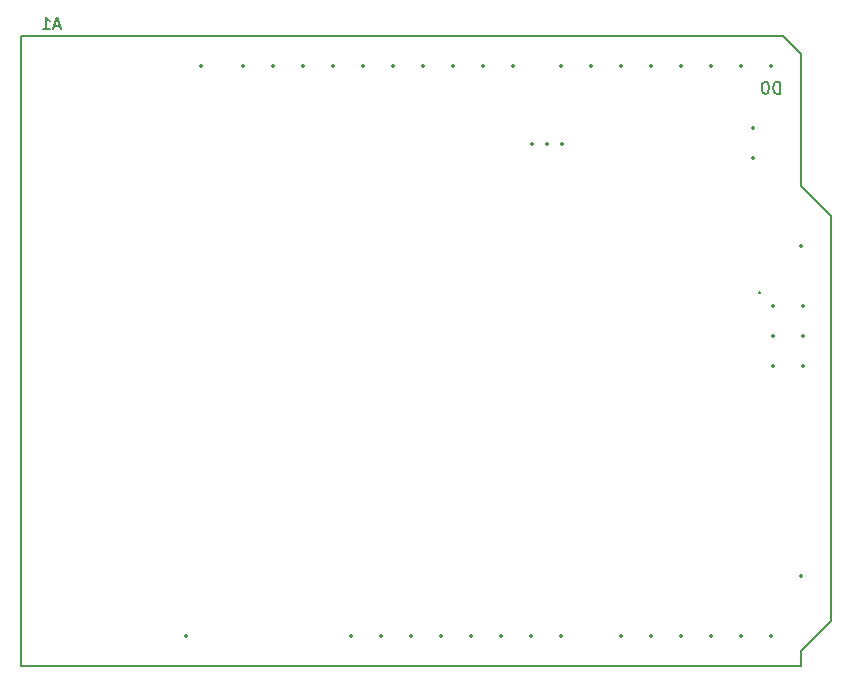
<source format=gbo>
%TF.GenerationSoftware,KiCad,Pcbnew,8.0.3*%
%TF.CreationDate,2025-01-08T21:35:48+01:00*%
%TF.ProjectId,ArduinoNICShield,41726475-696e-46f4-9e49-43536869656c,rev?*%
%TF.SameCoordinates,Original*%
%TF.FileFunction,Legend,Bot*%
%TF.FilePolarity,Positive*%
%FSLAX46Y46*%
G04 Gerber Fmt 4.6, Leading zero omitted, Abs format (unit mm)*
G04 Created by KiCad (PCBNEW 8.0.3) date 2025-01-08 21:35:48*
%MOMM*%
%LPD*%
G01*
G04 APERTURE LIST*
%ADD10C,0.150000*%
%ADD11C,0.350000*%
G04 APERTURE END LIST*
D10*
X104754285Y-61853104D02*
X104278095Y-61853104D01*
X104849523Y-62138819D02*
X104516190Y-61138819D01*
X104516190Y-61138819D02*
X104182857Y-62138819D01*
X103325714Y-62138819D02*
X103897142Y-62138819D01*
X103611428Y-62138819D02*
X103611428Y-61138819D01*
X103611428Y-61138819D02*
X103706666Y-61281676D01*
X103706666Y-61281676D02*
X103801904Y-61376914D01*
X103801904Y-61376914D02*
X103897142Y-61424533D01*
X163984000Y-84395580D02*
X164031619Y-84443200D01*
X164031619Y-84443200D02*
X163984000Y-84490819D01*
X163984000Y-84490819D02*
X163936381Y-84443200D01*
X163936381Y-84443200D02*
X163984000Y-84395580D01*
X163984000Y-84395580D02*
X163984000Y-84490819D01*
X165738094Y-67599819D02*
X165738094Y-66599819D01*
X165738094Y-66599819D02*
X165499999Y-66599819D01*
X165499999Y-66599819D02*
X165357142Y-66647438D01*
X165357142Y-66647438D02*
X165261904Y-66742676D01*
X165261904Y-66742676D02*
X165214285Y-66837914D01*
X165214285Y-66837914D02*
X165166666Y-67028390D01*
X165166666Y-67028390D02*
X165166666Y-67171247D01*
X165166666Y-67171247D02*
X165214285Y-67361723D01*
X165214285Y-67361723D02*
X165261904Y-67456961D01*
X165261904Y-67456961D02*
X165357142Y-67552200D01*
X165357142Y-67552200D02*
X165499999Y-67599819D01*
X165499999Y-67599819D02*
X165738094Y-67599819D01*
X164547618Y-66599819D02*
X164452380Y-66599819D01*
X164452380Y-66599819D02*
X164357142Y-66647438D01*
X164357142Y-66647438D02*
X164309523Y-66695057D01*
X164309523Y-66695057D02*
X164261904Y-66790295D01*
X164261904Y-66790295D02*
X164214285Y-66980771D01*
X164214285Y-66980771D02*
X164214285Y-67218866D01*
X164214285Y-67218866D02*
X164261904Y-67409342D01*
X164261904Y-67409342D02*
X164309523Y-67504580D01*
X164309523Y-67504580D02*
X164357142Y-67552200D01*
X164357142Y-67552200D02*
X164452380Y-67599819D01*
X164452380Y-67599819D02*
X164547618Y-67599819D01*
X164547618Y-67599819D02*
X164642856Y-67552200D01*
X164642856Y-67552200D02*
X164690475Y-67504580D01*
X164690475Y-67504580D02*
X164738094Y-67409342D01*
X164738094Y-67409342D02*
X164785713Y-67218866D01*
X164785713Y-67218866D02*
X164785713Y-66980771D01*
X164785713Y-66980771D02*
X164738094Y-66790295D01*
X164738094Y-66790295D02*
X164690475Y-66695057D01*
X164690475Y-66695057D02*
X164642856Y-66647438D01*
X164642856Y-66647438D02*
X164547618Y-66599819D01*
%TO.C,A1*%
X101500000Y-62700000D02*
X166016000Y-62700000D01*
X167540000Y-75400000D02*
X167540000Y-64224000D01*
X101500000Y-116040000D02*
X167540000Y-116040000D01*
X101500000Y-62700000D02*
X101500000Y-116040000D01*
X167540000Y-116040000D02*
X167540000Y-114770000D01*
X167540000Y-114770000D02*
X170080000Y-112230000D01*
X170080000Y-77940000D02*
X167540000Y-75400000D01*
X166016000Y-62700000D02*
X167540000Y-64224000D01*
X170080000Y-112230000D02*
X170080000Y-77940000D01*
%TD*%
D11*
X163500000Y-70460000D03*
X163500000Y-73000000D03*
X147270000Y-71860000D03*
X146000000Y-71860000D03*
X144730000Y-71860000D03*
X147220000Y-113500000D03*
X122836000Y-65240000D03*
X120296000Y-65240000D03*
X165127000Y-88100000D03*
X165127000Y-90640000D03*
X134520000Y-113500000D03*
X167667000Y-88100000D03*
X165127000Y-85560000D03*
X131980000Y-113500000D03*
X167667000Y-90640000D03*
X144680000Y-113500000D03*
X142140000Y-113500000D03*
X127916000Y-65240000D03*
X130456000Y-65240000D03*
X132996000Y-65240000D03*
X135536000Y-65240000D03*
X138076000Y-65240000D03*
X140616000Y-65240000D03*
X143156000Y-65240000D03*
X147220000Y-65240000D03*
X149760000Y-65240000D03*
X152300000Y-65240000D03*
X154840000Y-65240000D03*
X157380000Y-65240000D03*
X159920000Y-65240000D03*
X162460000Y-65240000D03*
X165000000Y-65240000D03*
X125376000Y-65240000D03*
X165000000Y-113500000D03*
X162460000Y-113500000D03*
X159920000Y-113500000D03*
X157380000Y-113500000D03*
X154840000Y-113500000D03*
X152300000Y-113500000D03*
X167667000Y-85560000D03*
X139600000Y-113500000D03*
X137060000Y-113500000D03*
X167540000Y-80480000D03*
X129440000Y-113500000D03*
X167540000Y-108420000D03*
X116740000Y-65240000D03*
X115470000Y-113500000D03*
M02*

</source>
